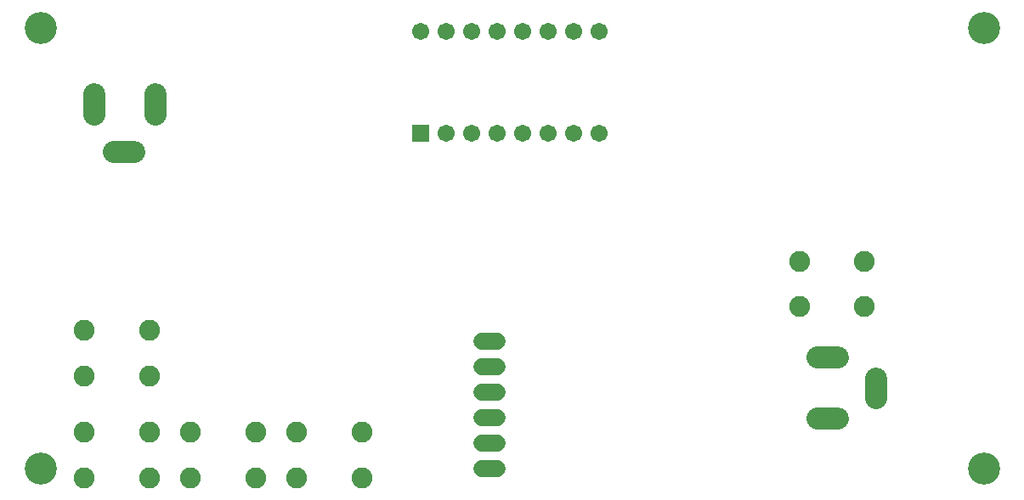
<source format=gbr>
G04 EAGLE Gerber RS-274X export*
G75*
%MOMM*%
%FSLAX34Y34*%
%LPD*%
%INSoldermask Bottom*%
%IPPOS*%
%AMOC8*
5,1,8,0,0,1.08239X$1,22.5*%
G01*
%ADD10C,3.203200*%
%ADD11C,2.203200*%
%ADD12C,2.082800*%
%ADD13R,1.711200X1.711200*%
%ADD14C,1.711200*%
%ADD15C,1.727200*%


D10*
X970000Y470000D03*
X970000Y30000D03*
X30000Y470000D03*
X30000Y30000D03*
D11*
X144300Y383700D02*
X144300Y403700D01*
X83300Y403700D02*
X83300Y383700D01*
X103300Y345700D02*
X123300Y345700D01*
X804500Y141100D02*
X824500Y141100D01*
X824500Y80100D02*
X804500Y80100D01*
X862500Y100100D02*
X862500Y120100D01*
D12*
X785988Y236806D03*
X851012Y236806D03*
X785988Y191594D03*
X851012Y191594D03*
X73588Y168106D03*
X138612Y168106D03*
X73588Y122894D03*
X138612Y122894D03*
X73588Y66406D03*
X138612Y66406D03*
X73588Y21194D03*
X138612Y21194D03*
X179538Y66406D03*
X244562Y66406D03*
X179538Y21194D03*
X244562Y21194D03*
X285488Y66406D03*
X350512Y66406D03*
X285488Y21194D03*
X350512Y21194D03*
D13*
X409000Y364400D03*
D14*
X434400Y364400D03*
X459800Y364400D03*
X485200Y364400D03*
X510600Y364400D03*
X536000Y364400D03*
X561400Y364400D03*
X586800Y364400D03*
X586800Y466000D03*
X561400Y466000D03*
X536000Y466000D03*
X510600Y466000D03*
X485200Y466000D03*
X459800Y466000D03*
X434400Y466000D03*
X409000Y466000D03*
D15*
X469380Y157500D02*
X484620Y157500D01*
X484620Y132100D02*
X469380Y132100D01*
X469380Y106700D02*
X484620Y106700D01*
X484620Y81300D02*
X469380Y81300D01*
X469380Y55900D02*
X484620Y55900D01*
X484620Y30500D02*
X469380Y30500D01*
M02*

</source>
